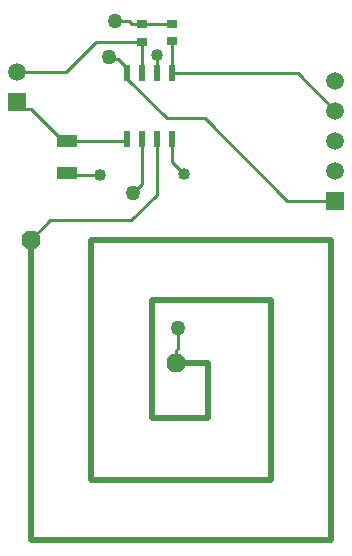
<source format=gbr>
G04*
G04 #@! TF.GenerationSoftware,Altium Limited,Altium Designer,22.11.1 (43)*
G04*
G04 Layer_Physical_Order=1*
G04 Layer_Color=255*
%FSLAX44Y44*%
%MOMM*%
G71*
G04*
G04 #@! TF.SameCoordinates,7E3583A2-2878-4CA1-8AEC-5B8DB4771625*
G04*
G04*
G04 #@! TF.FilePolarity,Positive*
G04*
G01*
G75*
%ADD12C,0.2540*%
G04:AMPARAMS|DCode=13|XSize=1.524mm|YSize=1.524mm|CornerRadius=0mm|HoleSize=0mm|Usage=FLASHONLY|Rotation=0.000|XOffset=0mm|YOffset=0mm|HoleType=Round|Shape=Octagon|*
%AMOCTAGOND13*
4,1,8,0.7620,-0.3810,0.7620,0.3810,0.3810,0.7620,-0.3810,0.7620,-0.7620,0.3810,-0.7620,-0.3810,-0.3810,-0.7620,0.3810,-0.7620,0.7620,-0.3810,0.0*
%
%ADD13OCTAGOND13*%

%ADD14R,0.9000X0.7000*%
%ADD15R,1.7000X1.1000*%
%ADD16R,0.5334X1.4224*%
%ADD25C,0.5080*%
%ADD26R,1.5000X1.5000*%
%ADD27C,1.5000*%
%ADD28C,1.2700*%
%ADD29C,1.0160*%
D12*
X476250Y779780D02*
Y790158D01*
X477520Y791428D01*
Y808990D01*
X472440Y949960D02*
X482600Y939800D01*
X439420Y923290D02*
X447040Y930910D01*
Y969010D01*
X369570Y900430D02*
X438150D01*
X459740Y922020D02*
Y969010D01*
X438150Y900430D02*
X459740Y922020D01*
X353060Y883920D02*
X369570Y900430D01*
X472440Y949960D02*
Y969010D01*
X447040Y1066680D02*
X447100Y1066740D01*
X472380D01*
X472440Y1066800D01*
X436127Y1069340D02*
X438730Y1066737D01*
X446983D01*
X447040Y1066680D01*
X424180Y1069340D02*
X436127D01*
X419100Y1038860D02*
X421044Y1036916D01*
X426759D01*
X434340Y1029335D01*
Y1024890D02*
Y1029335D01*
X472440Y1024890D02*
Y1051800D01*
X467995Y986790D02*
X500380D01*
X434340Y1020445D02*
X467995Y986790D01*
X434340Y1020445D02*
Y1024890D01*
X570230Y916940D02*
X610870D01*
X500380Y986790D02*
X570230Y916940D01*
X408281Y1051680D02*
X447040D01*
X382761Y1026160D02*
X408281Y1051680D01*
X341630Y1026160D02*
X382761D01*
X579120Y1024890D02*
X610870Y993140D01*
X472440Y1024890D02*
X579120D01*
X459740D02*
Y1040130D01*
X447040Y1051680D02*
X447040Y1051680D01*
Y1024890D02*
Y1051680D01*
X385280Y938530D02*
X411480D01*
X383540Y940270D02*
X385280Y938530D01*
X380540Y967270D02*
X383540D01*
X353280Y994530D02*
X380540Y967270D01*
X347860Y994530D02*
X353280D01*
X341630Y1000760D02*
X347860Y994530D01*
X432943Y967613D02*
X434340Y969010D01*
X383883Y967613D02*
X432943D01*
X383540Y967270D02*
X383883Y967613D01*
D13*
X353060Y883920D02*
D03*
X476250Y779780D02*
D03*
D14*
X447040Y1051680D02*
D03*
Y1066680D02*
D03*
X472440Y1051800D02*
D03*
Y1066800D02*
D03*
D15*
X383540Y967270D02*
D03*
Y940270D02*
D03*
D16*
X459740Y969010D02*
D03*
X447040D02*
D03*
X434340D02*
D03*
X472440D02*
D03*
Y1024890D02*
D03*
X459740D02*
D03*
X447040D02*
D03*
X434340D02*
D03*
D25*
X455930Y732790D02*
Y833120D01*
X556260D01*
Y680720D02*
Y833120D01*
X403860Y680720D02*
X556260D01*
X403860D02*
Y883920D01*
X607060D01*
X476250Y779780D02*
X502920D01*
Y732790D02*
Y779780D01*
X455930Y732790D02*
X502920D01*
X353060Y629920D02*
X607060D01*
X353060D02*
Y883920D01*
X607060Y629920D02*
Y883920D01*
D26*
X341630Y1000760D02*
D03*
X610870Y916940D02*
D03*
D27*
X341630Y1026160D02*
D03*
X610870Y1018540D02*
D03*
Y993140D02*
D03*
Y967740D02*
D03*
Y942340D02*
D03*
D28*
X477520Y808990D02*
D03*
X439420Y923290D02*
D03*
X424180Y1069340D02*
D03*
X419100Y1038860D02*
D03*
D29*
X482600Y939800D02*
D03*
X459740Y1040130D02*
D03*
X411480Y938530D02*
D03*
M02*

</source>
